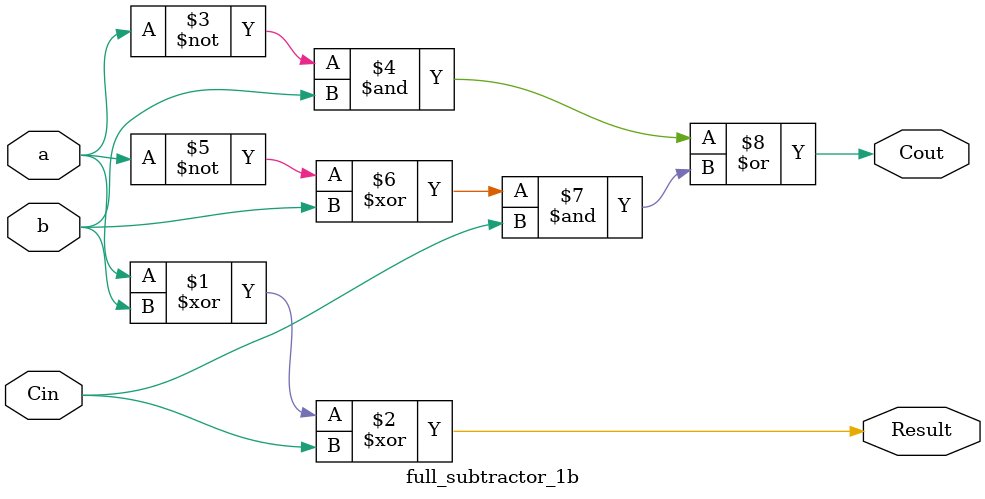
<source format=sv>
module full_subtractor_1b(
	// parámetros de entrada
	input wire a,
	input wire b,
	input wire Cin,
	// parámetros de salida
	output wire Result,
	output wire Cout
);

// asignación de resta de salida
assign Result = (a ^ b) ^ Cin;

// asignación del carry de salida
assign Cout = (~a & b) | ((~a ^ b) & Cin);

endmodule

</source>
